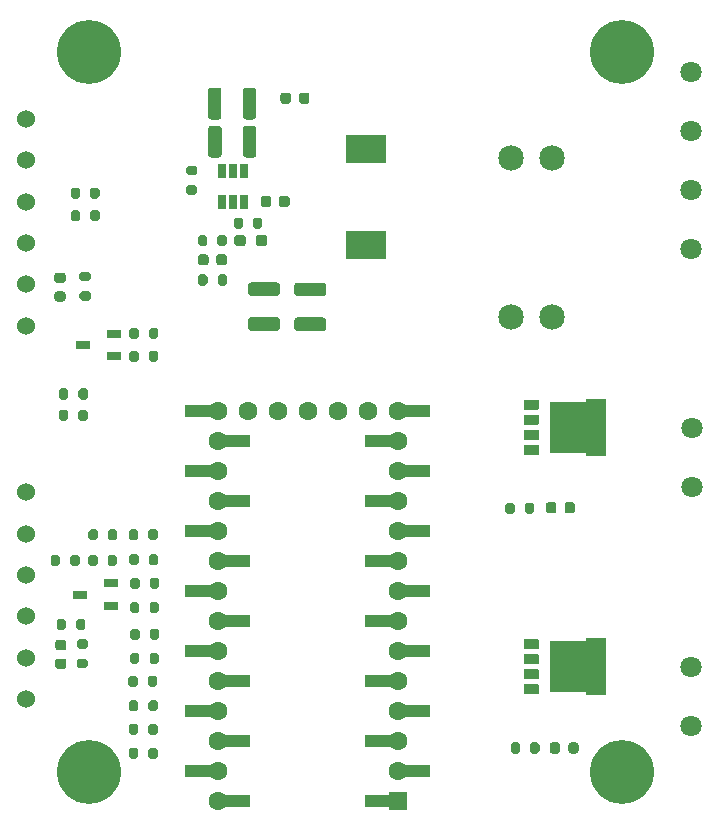
<source format=gbr>
%TF.GenerationSoftware,KiCad,Pcbnew,(5.1.9)-1*%
%TF.CreationDate,2022-03-12T14:49:13-05:00*%
%TF.ProjectId,4runner-seat-heat,3472756e-6e65-4722-9d73-6561742d6865,rev?*%
%TF.SameCoordinates,Original*%
%TF.FileFunction,Soldermask,Top*%
%TF.FilePolarity,Negative*%
%FSLAX46Y46*%
G04 Gerber Fmt 4.6, Leading zero omitted, Abs format (unit mm)*
G04 Created by KiCad (PCBNEW (5.1.9)-1) date 2022-03-12 14:49:13*
%MOMM*%
%LPD*%
G01*
G04 APERTURE LIST*
%ADD10C,5.410200*%
%ADD11C,1.800000*%
%ADD12R,2.286000X1.016000*%
%ADD13C,1.600000*%
%ADD14R,1.600000X1.600000*%
%ADD15C,2.159000*%
%ADD16C,1.524000*%
%ADD17R,0.650000X1.220000*%
%ADD18C,0.100000*%
%ADD19R,1.220000X0.650000*%
%ADD20R,3.400000X2.400000*%
G04 APERTURE END LIST*
D10*
%TO.C,REF\u002A\u002A*%
X13309600Y-61711200D03*
%TD*%
%TO.C,REF\u002A\u002A*%
X13309600Y-711200D03*
%TD*%
%TO.C,REF\u002A\u002A*%
X58470800Y-61711200D03*
%TD*%
%TO.C,REF\u002A\u002A*%
X58470800Y-711200D03*
%TD*%
D11*
%TO.C,J9*%
X64312800Y-2424400D03*
X64312800Y-17424400D03*
X64312800Y-7424400D03*
X64312800Y-12424400D03*
%TD*%
%TO.C,R24*%
G36*
G01*
X10875000Y-43525000D02*
X10875000Y-44075000D01*
G75*
G02*
X10675000Y-44275000I-200000J0D01*
G01*
X10275000Y-44275000D01*
G75*
G02*
X10075000Y-44075000I0J200000D01*
G01*
X10075000Y-43525000D01*
G75*
G02*
X10275000Y-43325000I200000J0D01*
G01*
X10675000Y-43325000D01*
G75*
G02*
X10875000Y-43525000I0J-200000D01*
G01*
G37*
G36*
G01*
X12525000Y-43525000D02*
X12525000Y-44075000D01*
G75*
G02*
X12325000Y-44275000I-200000J0D01*
G01*
X11925000Y-44275000D01*
G75*
G02*
X11725000Y-44075000I0J200000D01*
G01*
X11725000Y-43525000D01*
G75*
G02*
X11925000Y-43325000I200000J0D01*
G01*
X12325000Y-43325000D01*
G75*
G02*
X12525000Y-43525000I0J-200000D01*
G01*
G37*
%TD*%
%TO.C,R23*%
G36*
G01*
X12225000Y-49475000D02*
X12225000Y-48925000D01*
G75*
G02*
X12425000Y-48725000I200000J0D01*
G01*
X12825000Y-48725000D01*
G75*
G02*
X13025000Y-48925000I0J-200000D01*
G01*
X13025000Y-49475000D01*
G75*
G02*
X12825000Y-49675000I-200000J0D01*
G01*
X12425000Y-49675000D01*
G75*
G02*
X12225000Y-49475000I0J200000D01*
G01*
G37*
G36*
G01*
X10575000Y-49475000D02*
X10575000Y-48925000D01*
G75*
G02*
X10775000Y-48725000I200000J0D01*
G01*
X11175000Y-48725000D01*
G75*
G02*
X11375000Y-48925000I0J-200000D01*
G01*
X11375000Y-49475000D01*
G75*
G02*
X11175000Y-49675000I-200000J0D01*
G01*
X10775000Y-49675000D01*
G75*
G02*
X10575000Y-49475000I0J200000D01*
G01*
G37*
%TD*%
%TO.C,R22*%
G36*
G01*
X11575000Y-31225000D02*
X11575000Y-31775000D01*
G75*
G02*
X11375000Y-31975000I-200000J0D01*
G01*
X10975000Y-31975000D01*
G75*
G02*
X10775000Y-31775000I0J200000D01*
G01*
X10775000Y-31225000D01*
G75*
G02*
X10975000Y-31025000I200000J0D01*
G01*
X11375000Y-31025000D01*
G75*
G02*
X11575000Y-31225000I0J-200000D01*
G01*
G37*
G36*
G01*
X13225000Y-31225000D02*
X13225000Y-31775000D01*
G75*
G02*
X13025000Y-31975000I-200000J0D01*
G01*
X12625000Y-31975000D01*
G75*
G02*
X12425000Y-31775000I0J200000D01*
G01*
X12425000Y-31225000D01*
G75*
G02*
X12625000Y-31025000I200000J0D01*
G01*
X13025000Y-31025000D01*
G75*
G02*
X13225000Y-31225000I0J-200000D01*
G01*
G37*
%TD*%
%TO.C,R21*%
G36*
G01*
X12425000Y-29975000D02*
X12425000Y-29425000D01*
G75*
G02*
X12625000Y-29225000I200000J0D01*
G01*
X13025000Y-29225000D01*
G75*
G02*
X13225000Y-29425000I0J-200000D01*
G01*
X13225000Y-29975000D01*
G75*
G02*
X13025000Y-30175000I-200000J0D01*
G01*
X12625000Y-30175000D01*
G75*
G02*
X12425000Y-29975000I0J200000D01*
G01*
G37*
G36*
G01*
X10775000Y-29975000D02*
X10775000Y-29425000D01*
G75*
G02*
X10975000Y-29225000I200000J0D01*
G01*
X11375000Y-29225000D01*
G75*
G02*
X11575000Y-29425000I0J-200000D01*
G01*
X11575000Y-29975000D01*
G75*
G02*
X11375000Y-30175000I-200000J0D01*
G01*
X10975000Y-30175000D01*
G75*
G02*
X10775000Y-29975000I0J200000D01*
G01*
G37*
%TD*%
D12*
%TO.C,U2*%
X41088900Y-31105000D03*
X37788900Y-33655000D03*
X37788900Y-53975000D03*
X41088900Y-36185000D03*
X37788900Y-64135000D03*
X37788900Y-48895000D03*
X41088900Y-61585000D03*
X41088900Y-51425000D03*
X41088900Y-41265000D03*
X37788900Y-38735000D03*
X37788900Y-43815000D03*
X37788900Y-59055000D03*
X41088900Y-46345000D03*
X41088900Y-56505000D03*
X25888900Y-33665000D03*
X25888900Y-38745000D03*
X25888900Y-43825000D03*
X25888900Y-48905000D03*
X25888900Y-53985000D03*
X25888900Y-59065000D03*
X22588900Y-31135000D03*
X22588900Y-36215000D03*
X22588900Y-41295000D03*
X22588900Y-46375000D03*
X22588900Y-51455000D03*
X22588900Y-56535000D03*
X22588900Y-61615000D03*
X25888900Y-64145000D03*
D13*
X31838900Y-31115000D03*
X29298900Y-31115000D03*
X26758900Y-31115000D03*
X24218900Y-31115000D03*
X34378900Y-31115000D03*
X36918900Y-31115000D03*
X39458900Y-31115000D03*
X24218900Y-33655000D03*
X24218900Y-36195000D03*
X24218900Y-38735000D03*
X24218900Y-41275000D03*
X24218900Y-43815000D03*
X24218900Y-46355000D03*
X24218900Y-48895000D03*
X24218900Y-51435000D03*
X24218900Y-53975000D03*
X24218900Y-56515000D03*
X24218900Y-59055000D03*
X24218900Y-61595000D03*
X24218900Y-64135000D03*
X39458900Y-33655000D03*
X39458900Y-36195000D03*
X39458900Y-38735000D03*
X39458900Y-41275000D03*
X39458900Y-43815000D03*
X39458900Y-46355000D03*
X39458900Y-48895000D03*
X39458900Y-51435000D03*
X39458900Y-53975000D03*
X39458900Y-56515000D03*
X39458900Y-59055000D03*
X39458900Y-61595000D03*
D14*
X39458900Y-64135000D03*
%TD*%
D11*
%TO.C,Left-Heater1*%
X64312800Y-52785000D03*
X64312800Y-57785000D03*
%TD*%
%TO.C,Right-Heater1*%
X64338200Y-32592000D03*
X64338200Y-37592000D03*
%TD*%
%TO.C,C7*%
G36*
G01*
X28758000Y-13148500D02*
X28758000Y-13648500D01*
G75*
G02*
X28533000Y-13873500I-225000J0D01*
G01*
X28083000Y-13873500D01*
G75*
G02*
X27858000Y-13648500I0J225000D01*
G01*
X27858000Y-13148500D01*
G75*
G02*
X28083000Y-12923500I225000J0D01*
G01*
X28533000Y-12923500D01*
G75*
G02*
X28758000Y-13148500I0J-225000D01*
G01*
G37*
G36*
G01*
X30308000Y-13148500D02*
X30308000Y-13648500D01*
G75*
G02*
X30083000Y-13873500I-225000J0D01*
G01*
X29633000Y-13873500D01*
G75*
G02*
X29408000Y-13648500I0J225000D01*
G01*
X29408000Y-13148500D01*
G75*
G02*
X29633000Y-12923500I225000J0D01*
G01*
X30083000Y-12923500D01*
G75*
G02*
X30308000Y-13148500I0J-225000D01*
G01*
G37*
%TD*%
%TO.C,C8*%
G36*
G01*
X33154801Y-24363900D02*
X30954799Y-24363900D01*
G75*
G02*
X30704800Y-24113901I0J249999D01*
G01*
X30704800Y-23463899D01*
G75*
G02*
X30954799Y-23213900I249999J0D01*
G01*
X33154801Y-23213900D01*
G75*
G02*
X33404800Y-23463899I0J-249999D01*
G01*
X33404800Y-24113901D01*
G75*
G02*
X33154801Y-24363900I-249999J0D01*
G01*
G37*
G36*
G01*
X33154801Y-21413900D02*
X30954799Y-21413900D01*
G75*
G02*
X30704800Y-21163901I0J249999D01*
G01*
X30704800Y-20513899D01*
G75*
G02*
X30954799Y-20263900I249999J0D01*
G01*
X33154801Y-20263900D01*
G75*
G02*
X33404800Y-20513899I0J-249999D01*
G01*
X33404800Y-21163901D01*
G75*
G02*
X33154801Y-21413900I-249999J0D01*
G01*
G37*
%TD*%
%TO.C,C9*%
G36*
G01*
X29243201Y-21388500D02*
X27043199Y-21388500D01*
G75*
G02*
X26793200Y-21138501I0J249999D01*
G01*
X26793200Y-20488499D01*
G75*
G02*
X27043199Y-20238500I249999J0D01*
G01*
X29243201Y-20238500D01*
G75*
G02*
X29493200Y-20488499I0J-249999D01*
G01*
X29493200Y-21138501D01*
G75*
G02*
X29243201Y-21388500I-249999J0D01*
G01*
G37*
G36*
G01*
X29243201Y-24338500D02*
X27043199Y-24338500D01*
G75*
G02*
X26793200Y-24088501I0J249999D01*
G01*
X26793200Y-23438499D01*
G75*
G02*
X27043199Y-23188500I249999J0D01*
G01*
X29243201Y-23188500D01*
G75*
G02*
X29493200Y-23438499I0J-249999D01*
G01*
X29493200Y-24088501D01*
G75*
G02*
X29243201Y-24338500I-249999J0D01*
G01*
G37*
%TD*%
%TO.C,C10*%
G36*
G01*
X23400800Y-9431201D02*
X23400800Y-7231199D01*
G75*
G02*
X23650799Y-6981200I249999J0D01*
G01*
X24300801Y-6981200D01*
G75*
G02*
X24550800Y-7231199I0J-249999D01*
G01*
X24550800Y-9431201D01*
G75*
G02*
X24300801Y-9681200I-249999J0D01*
G01*
X23650799Y-9681200D01*
G75*
G02*
X23400800Y-9431201I0J249999D01*
G01*
G37*
G36*
G01*
X26350800Y-9431201D02*
X26350800Y-7231199D01*
G75*
G02*
X26600799Y-6981200I249999J0D01*
G01*
X27250801Y-6981200D01*
G75*
G02*
X27500800Y-7231199I0J-249999D01*
G01*
X27500800Y-9431201D01*
G75*
G02*
X27250801Y-9681200I-249999J0D01*
G01*
X26600799Y-9681200D01*
G75*
G02*
X26350800Y-9431201I0J249999D01*
G01*
G37*
%TD*%
%TO.C,C6*%
G36*
G01*
X26338100Y-6205401D02*
X26338100Y-4005399D01*
G75*
G02*
X26588099Y-3755400I249999J0D01*
G01*
X27238101Y-3755400D01*
G75*
G02*
X27488100Y-4005399I0J-249999D01*
G01*
X27488100Y-6205401D01*
G75*
G02*
X27238101Y-6455400I-249999J0D01*
G01*
X26588099Y-6455400D01*
G75*
G02*
X26338100Y-6205401I0J249999D01*
G01*
G37*
G36*
G01*
X23388100Y-6205401D02*
X23388100Y-4005399D01*
G75*
G02*
X23638099Y-3755400I249999J0D01*
G01*
X24288101Y-3755400D01*
G75*
G02*
X24538100Y-4005399I0J-249999D01*
G01*
X24538100Y-6205401D01*
G75*
G02*
X24288101Y-6455400I-249999J0D01*
G01*
X23638099Y-6455400D01*
G75*
G02*
X23388100Y-6205401I0J249999D01*
G01*
G37*
%TD*%
%TO.C,C12*%
G36*
G01*
X24999400Y-18088800D02*
X24999400Y-18588800D01*
G75*
G02*
X24774400Y-18813800I-225000J0D01*
G01*
X24324400Y-18813800D01*
G75*
G02*
X24099400Y-18588800I0J225000D01*
G01*
X24099400Y-18088800D01*
G75*
G02*
X24324400Y-17863800I225000J0D01*
G01*
X24774400Y-17863800D01*
G75*
G02*
X24999400Y-18088800I0J-225000D01*
G01*
G37*
G36*
G01*
X23449400Y-18088800D02*
X23449400Y-18588800D01*
G75*
G02*
X23224400Y-18813800I-225000J0D01*
G01*
X22774400Y-18813800D01*
G75*
G02*
X22549400Y-18588800I0J225000D01*
G01*
X22549400Y-18088800D01*
G75*
G02*
X22774400Y-17863800I225000J0D01*
G01*
X23224400Y-17863800D01*
G75*
G02*
X23449400Y-18088800I0J-225000D01*
G01*
G37*
%TD*%
D15*
%TO.C,F1*%
X52489100Y-9690100D03*
X52489100Y-23152100D03*
X49085500Y-9690100D03*
X49085500Y-23152100D03*
%TD*%
%TO.C,F2*%
G36*
G01*
X29534400Y-4904450D02*
X29534400Y-4391950D01*
G75*
G02*
X29753150Y-4173200I218750J0D01*
G01*
X30190650Y-4173200D01*
G75*
G02*
X30409400Y-4391950I0J-218750D01*
G01*
X30409400Y-4904450D01*
G75*
G02*
X30190650Y-5123200I-218750J0D01*
G01*
X29753150Y-5123200D01*
G75*
G02*
X29534400Y-4904450I0J218750D01*
G01*
G37*
G36*
G01*
X31109400Y-4904450D02*
X31109400Y-4391950D01*
G75*
G02*
X31328150Y-4173200I218750J0D01*
G01*
X31765650Y-4173200D01*
G75*
G02*
X31984400Y-4391950I0J-218750D01*
G01*
X31984400Y-4904450D01*
G75*
G02*
X31765650Y-5123200I-218750J0D01*
G01*
X31328150Y-5123200D01*
G75*
G02*
X31109400Y-4904450I0J218750D01*
G01*
G37*
%TD*%
D16*
%TO.C,J3*%
X8001000Y-23910000D03*
X8001000Y-20410000D03*
X8001000Y-16910000D03*
X8001000Y-13410000D03*
X8001000Y-9910000D03*
X8001000Y-6410000D03*
%TD*%
%TO.C,J8*%
X8001000Y-38007600D03*
X8001000Y-41507600D03*
X8001000Y-45007600D03*
X8001000Y-48507600D03*
X8001000Y-52007600D03*
X8001000Y-55507600D03*
%TD*%
%TO.C,R1*%
G36*
G01*
X17507400Y-57802100D02*
X17507400Y-58352100D01*
G75*
G02*
X17307400Y-58552100I-200000J0D01*
G01*
X16907400Y-58552100D01*
G75*
G02*
X16707400Y-58352100I0J200000D01*
G01*
X16707400Y-57802100D01*
G75*
G02*
X16907400Y-57602100I200000J0D01*
G01*
X17307400Y-57602100D01*
G75*
G02*
X17507400Y-57802100I0J-200000D01*
G01*
G37*
G36*
G01*
X19157400Y-57802100D02*
X19157400Y-58352100D01*
G75*
G02*
X18957400Y-58552100I-200000J0D01*
G01*
X18557400Y-58552100D01*
G75*
G02*
X18357400Y-58352100I0J200000D01*
G01*
X18357400Y-57802100D01*
G75*
G02*
X18557400Y-57602100I200000J0D01*
G01*
X18957400Y-57602100D01*
G75*
G02*
X19157400Y-57802100I0J-200000D01*
G01*
G37*
%TD*%
%TO.C,R3*%
G36*
G01*
X51478900Y-59389600D02*
X51478900Y-59939600D01*
G75*
G02*
X51278900Y-60139600I-200000J0D01*
G01*
X50878900Y-60139600D01*
G75*
G02*
X50678900Y-59939600I0J200000D01*
G01*
X50678900Y-59389600D01*
G75*
G02*
X50878900Y-59189600I200000J0D01*
G01*
X51278900Y-59189600D01*
G75*
G02*
X51478900Y-59389600I0J-200000D01*
G01*
G37*
G36*
G01*
X49828900Y-59389600D02*
X49828900Y-59939600D01*
G75*
G02*
X49628900Y-60139600I-200000J0D01*
G01*
X49228900Y-60139600D01*
G75*
G02*
X49028900Y-59939600I0J200000D01*
G01*
X49028900Y-59389600D01*
G75*
G02*
X49228900Y-59189600I200000J0D01*
G01*
X49628900Y-59189600D01*
G75*
G02*
X49828900Y-59389600I0J-200000D01*
G01*
G37*
%TD*%
%TO.C,R2*%
G36*
G01*
X18332000Y-60384100D02*
X18332000Y-59834100D01*
G75*
G02*
X18532000Y-59634100I200000J0D01*
G01*
X18932000Y-59634100D01*
G75*
G02*
X19132000Y-59834100I0J-200000D01*
G01*
X19132000Y-60384100D01*
G75*
G02*
X18932000Y-60584100I-200000J0D01*
G01*
X18532000Y-60584100D01*
G75*
G02*
X18332000Y-60384100I0J200000D01*
G01*
G37*
G36*
G01*
X16682000Y-60384100D02*
X16682000Y-59834100D01*
G75*
G02*
X16882000Y-59634100I200000J0D01*
G01*
X17282000Y-59634100D01*
G75*
G02*
X17482000Y-59834100I0J-200000D01*
G01*
X17482000Y-60384100D01*
G75*
G02*
X17282000Y-60584100I-200000J0D01*
G01*
X16882000Y-60584100D01*
G75*
G02*
X16682000Y-60384100I0J200000D01*
G01*
G37*
%TD*%
%TO.C,R9*%
G36*
G01*
X14229800Y-14317300D02*
X14229800Y-14867300D01*
G75*
G02*
X14029800Y-15067300I-200000J0D01*
G01*
X13629800Y-15067300D01*
G75*
G02*
X13429800Y-14867300I0J200000D01*
G01*
X13429800Y-14317300D01*
G75*
G02*
X13629800Y-14117300I200000J0D01*
G01*
X14029800Y-14117300D01*
G75*
G02*
X14229800Y-14317300I0J-200000D01*
G01*
G37*
G36*
G01*
X12579800Y-14317300D02*
X12579800Y-14867300D01*
G75*
G02*
X12379800Y-15067300I-200000J0D01*
G01*
X11979800Y-15067300D01*
G75*
G02*
X11779800Y-14867300I0J200000D01*
G01*
X11779800Y-14317300D01*
G75*
G02*
X11979800Y-14117300I200000J0D01*
G01*
X12379800Y-14117300D01*
G75*
G02*
X12579800Y-14317300I0J-200000D01*
G01*
G37*
%TD*%
%TO.C,R12*%
G36*
G01*
X12567100Y-12412300D02*
X12567100Y-12962300D01*
G75*
G02*
X12367100Y-13162300I-200000J0D01*
G01*
X11967100Y-13162300D01*
G75*
G02*
X11767100Y-12962300I0J200000D01*
G01*
X11767100Y-12412300D01*
G75*
G02*
X11967100Y-12212300I200000J0D01*
G01*
X12367100Y-12212300D01*
G75*
G02*
X12567100Y-12412300I0J-200000D01*
G01*
G37*
G36*
G01*
X14217100Y-12412300D02*
X14217100Y-12962300D01*
G75*
G02*
X14017100Y-13162300I-200000J0D01*
G01*
X13617100Y-13162300D01*
G75*
G02*
X13417100Y-12962300I0J200000D01*
G01*
X13417100Y-12412300D01*
G75*
G02*
X13617100Y-12212300I200000J0D01*
G01*
X14017100Y-12212300D01*
G75*
G02*
X14217100Y-12412300I0J-200000D01*
G01*
G37*
%TD*%
%TO.C,R4*%
G36*
G01*
X16796300Y-52345000D02*
X16796300Y-51795000D01*
G75*
G02*
X16996300Y-51595000I200000J0D01*
G01*
X17396300Y-51595000D01*
G75*
G02*
X17596300Y-51795000I0J-200000D01*
G01*
X17596300Y-52345000D01*
G75*
G02*
X17396300Y-52545000I-200000J0D01*
G01*
X16996300Y-52545000D01*
G75*
G02*
X16796300Y-52345000I0J200000D01*
G01*
G37*
G36*
G01*
X18446300Y-52345000D02*
X18446300Y-51795000D01*
G75*
G02*
X18646300Y-51595000I200000J0D01*
G01*
X19046300Y-51595000D01*
G75*
G02*
X19246300Y-51795000I0J-200000D01*
G01*
X19246300Y-52345000D01*
G75*
G02*
X19046300Y-52545000I-200000J0D01*
G01*
X18646300Y-52545000D01*
G75*
G02*
X18446300Y-52345000I0J200000D01*
G01*
G37*
%TD*%
%TO.C,R7*%
G36*
G01*
X49371700Y-39107700D02*
X49371700Y-39657700D01*
G75*
G02*
X49171700Y-39857700I-200000J0D01*
G01*
X48771700Y-39857700D01*
G75*
G02*
X48571700Y-39657700I0J200000D01*
G01*
X48571700Y-39107700D01*
G75*
G02*
X48771700Y-38907700I200000J0D01*
G01*
X49171700Y-38907700D01*
G75*
G02*
X49371700Y-39107700I0J-200000D01*
G01*
G37*
G36*
G01*
X51021700Y-39107700D02*
X51021700Y-39657700D01*
G75*
G02*
X50821700Y-39857700I-200000J0D01*
G01*
X50421700Y-39857700D01*
G75*
G02*
X50221700Y-39657700I0J200000D01*
G01*
X50221700Y-39107700D01*
G75*
G02*
X50421700Y-38907700I200000J0D01*
G01*
X50821700Y-38907700D01*
G75*
G02*
X51021700Y-39107700I0J-200000D01*
G01*
G37*
%TD*%
%TO.C,R5*%
G36*
G01*
X16821700Y-50325700D02*
X16821700Y-49775700D01*
G75*
G02*
X17021700Y-49575700I200000J0D01*
G01*
X17421700Y-49575700D01*
G75*
G02*
X17621700Y-49775700I0J-200000D01*
G01*
X17621700Y-50325700D01*
G75*
G02*
X17421700Y-50525700I-200000J0D01*
G01*
X17021700Y-50525700D01*
G75*
G02*
X16821700Y-50325700I0J200000D01*
G01*
G37*
G36*
G01*
X18471700Y-50325700D02*
X18471700Y-49775700D01*
G75*
G02*
X18671700Y-49575700I200000J0D01*
G01*
X19071700Y-49575700D01*
G75*
G02*
X19271700Y-49775700I0J-200000D01*
G01*
X19271700Y-50325700D01*
G75*
G02*
X19071700Y-50525700I-200000J0D01*
G01*
X18671700Y-50525700D01*
G75*
G02*
X18471700Y-50325700I0J200000D01*
G01*
G37*
%TD*%
%TO.C,R6*%
G36*
G01*
X14078400Y-41342900D02*
X14078400Y-41892900D01*
G75*
G02*
X13878400Y-42092900I-200000J0D01*
G01*
X13478400Y-42092900D01*
G75*
G02*
X13278400Y-41892900I0J200000D01*
G01*
X13278400Y-41342900D01*
G75*
G02*
X13478400Y-41142900I200000J0D01*
G01*
X13878400Y-41142900D01*
G75*
G02*
X14078400Y-41342900I0J-200000D01*
G01*
G37*
G36*
G01*
X15728400Y-41342900D02*
X15728400Y-41892900D01*
G75*
G02*
X15528400Y-42092900I-200000J0D01*
G01*
X15128400Y-42092900D01*
G75*
G02*
X14928400Y-41892900I0J200000D01*
G01*
X14928400Y-41342900D01*
G75*
G02*
X15128400Y-41142900I200000J0D01*
G01*
X15528400Y-41142900D01*
G75*
G02*
X15728400Y-41342900I0J-200000D01*
G01*
G37*
%TD*%
%TO.C,R8*%
G36*
G01*
X15703000Y-43514600D02*
X15703000Y-44064600D01*
G75*
G02*
X15503000Y-44264600I-200000J0D01*
G01*
X15103000Y-44264600D01*
G75*
G02*
X14903000Y-44064600I0J200000D01*
G01*
X14903000Y-43514600D01*
G75*
G02*
X15103000Y-43314600I200000J0D01*
G01*
X15503000Y-43314600D01*
G75*
G02*
X15703000Y-43514600I0J-200000D01*
G01*
G37*
G36*
G01*
X14053000Y-43514600D02*
X14053000Y-44064600D01*
G75*
G02*
X13853000Y-44264600I-200000J0D01*
G01*
X13453000Y-44264600D01*
G75*
G02*
X13253000Y-44064600I0J200000D01*
G01*
X13253000Y-43514600D01*
G75*
G02*
X13453000Y-43314600I200000J0D01*
G01*
X13853000Y-43314600D01*
G75*
G02*
X14053000Y-43514600I0J-200000D01*
G01*
G37*
%TD*%
%TO.C,R11*%
G36*
G01*
X16745500Y-26779900D02*
X16745500Y-26229900D01*
G75*
G02*
X16945500Y-26029900I200000J0D01*
G01*
X17345500Y-26029900D01*
G75*
G02*
X17545500Y-26229900I0J-200000D01*
G01*
X17545500Y-26779900D01*
G75*
G02*
X17345500Y-26979900I-200000J0D01*
G01*
X16945500Y-26979900D01*
G75*
G02*
X16745500Y-26779900I0J200000D01*
G01*
G37*
G36*
G01*
X18395500Y-26779900D02*
X18395500Y-26229900D01*
G75*
G02*
X18595500Y-26029900I200000J0D01*
G01*
X18995500Y-26029900D01*
G75*
G02*
X19195500Y-26229900I0J-200000D01*
G01*
X19195500Y-26779900D01*
G75*
G02*
X18995500Y-26979900I-200000J0D01*
G01*
X18595500Y-26979900D01*
G75*
G02*
X18395500Y-26779900I0J200000D01*
G01*
G37*
%TD*%
%TO.C,R10*%
G36*
G01*
X18446300Y-48065100D02*
X18446300Y-47515100D01*
G75*
G02*
X18646300Y-47315100I200000J0D01*
G01*
X19046300Y-47315100D01*
G75*
G02*
X19246300Y-47515100I0J-200000D01*
G01*
X19246300Y-48065100D01*
G75*
G02*
X19046300Y-48265100I-200000J0D01*
G01*
X18646300Y-48265100D01*
G75*
G02*
X18446300Y-48065100I0J200000D01*
G01*
G37*
G36*
G01*
X16796300Y-48065100D02*
X16796300Y-47515100D01*
G75*
G02*
X16996300Y-47315100I200000J0D01*
G01*
X17396300Y-47315100D01*
G75*
G02*
X17596300Y-47515100I0J-200000D01*
G01*
X17596300Y-48065100D01*
G75*
G02*
X17396300Y-48265100I-200000J0D01*
G01*
X16996300Y-48265100D01*
G75*
G02*
X16796300Y-48065100I0J200000D01*
G01*
G37*
%TD*%
%TO.C,R16*%
G36*
G01*
X12717100Y-19349000D02*
X13267100Y-19349000D01*
G75*
G02*
X13467100Y-19549000I0J-200000D01*
G01*
X13467100Y-19949000D01*
G75*
G02*
X13267100Y-20149000I-200000J0D01*
G01*
X12717100Y-20149000D01*
G75*
G02*
X12517100Y-19949000I0J200000D01*
G01*
X12517100Y-19549000D01*
G75*
G02*
X12717100Y-19349000I200000J0D01*
G01*
G37*
G36*
G01*
X12717100Y-20999000D02*
X13267100Y-20999000D01*
G75*
G02*
X13467100Y-21199000I0J-200000D01*
G01*
X13467100Y-21599000D01*
G75*
G02*
X13267100Y-21799000I-200000J0D01*
G01*
X12717100Y-21799000D01*
G75*
G02*
X12517100Y-21599000I0J200000D01*
G01*
X12517100Y-21199000D01*
G75*
G02*
X12717100Y-20999000I200000J0D01*
G01*
G37*
%TD*%
%TO.C,R15*%
G36*
G01*
X12475800Y-52101300D02*
X13025800Y-52101300D01*
G75*
G02*
X13225800Y-52301300I0J-200000D01*
G01*
X13225800Y-52701300D01*
G75*
G02*
X13025800Y-52901300I-200000J0D01*
G01*
X12475800Y-52901300D01*
G75*
G02*
X12275800Y-52701300I0J200000D01*
G01*
X12275800Y-52301300D01*
G75*
G02*
X12475800Y-52101300I200000J0D01*
G01*
G37*
G36*
G01*
X12475800Y-50451300D02*
X13025800Y-50451300D01*
G75*
G02*
X13225800Y-50651300I0J-200000D01*
G01*
X13225800Y-51051300D01*
G75*
G02*
X13025800Y-51251300I-200000J0D01*
G01*
X12475800Y-51251300D01*
G75*
G02*
X12275800Y-51051300I0J200000D01*
G01*
X12275800Y-50651300D01*
G75*
G02*
X12475800Y-50451300I200000J0D01*
G01*
G37*
%TD*%
%TO.C,R14*%
G36*
G01*
X17545500Y-24286800D02*
X17545500Y-24836800D01*
G75*
G02*
X17345500Y-25036800I-200000J0D01*
G01*
X16945500Y-25036800D01*
G75*
G02*
X16745500Y-24836800I0J200000D01*
G01*
X16745500Y-24286800D01*
G75*
G02*
X16945500Y-24086800I200000J0D01*
G01*
X17345500Y-24086800D01*
G75*
G02*
X17545500Y-24286800I0J-200000D01*
G01*
G37*
G36*
G01*
X19195500Y-24286800D02*
X19195500Y-24836800D01*
G75*
G02*
X18995500Y-25036800I-200000J0D01*
G01*
X18595500Y-25036800D01*
G75*
G02*
X18395500Y-24836800I0J200000D01*
G01*
X18395500Y-24286800D01*
G75*
G02*
X18595500Y-24086800I200000J0D01*
G01*
X18995500Y-24086800D01*
G75*
G02*
X19195500Y-24286800I0J-200000D01*
G01*
G37*
%TD*%
%TO.C,R13*%
G36*
G01*
X17609000Y-45445000D02*
X17609000Y-45995000D01*
G75*
G02*
X17409000Y-46195000I-200000J0D01*
G01*
X17009000Y-46195000D01*
G75*
G02*
X16809000Y-45995000I0J200000D01*
G01*
X16809000Y-45445000D01*
G75*
G02*
X17009000Y-45245000I200000J0D01*
G01*
X17409000Y-45245000D01*
G75*
G02*
X17609000Y-45445000I0J-200000D01*
G01*
G37*
G36*
G01*
X19259000Y-45445000D02*
X19259000Y-45995000D01*
G75*
G02*
X19059000Y-46195000I-200000J0D01*
G01*
X18659000Y-46195000D01*
G75*
G02*
X18459000Y-45995000I0J200000D01*
G01*
X18459000Y-45445000D01*
G75*
G02*
X18659000Y-45245000I200000J0D01*
G01*
X19059000Y-45245000D01*
G75*
G02*
X19259000Y-45445000I0J-200000D01*
G01*
G37*
%TD*%
%TO.C,R34*%
G36*
G01*
X25012100Y-19765600D02*
X25012100Y-20315600D01*
G75*
G02*
X24812100Y-20515600I-200000J0D01*
G01*
X24412100Y-20515600D01*
G75*
G02*
X24212100Y-20315600I0J200000D01*
G01*
X24212100Y-19765600D01*
G75*
G02*
X24412100Y-19565600I200000J0D01*
G01*
X24812100Y-19565600D01*
G75*
G02*
X25012100Y-19765600I0J-200000D01*
G01*
G37*
G36*
G01*
X23362100Y-19765600D02*
X23362100Y-20315600D01*
G75*
G02*
X23162100Y-20515600I-200000J0D01*
G01*
X22762100Y-20515600D01*
G75*
G02*
X22562100Y-20315600I0J200000D01*
G01*
X22562100Y-19765600D01*
G75*
G02*
X22762100Y-19565600I200000J0D01*
G01*
X23162100Y-19565600D01*
G75*
G02*
X23362100Y-19765600I0J-200000D01*
G01*
G37*
%TD*%
%TO.C,R35*%
G36*
G01*
X21746800Y-10370100D02*
X22296800Y-10370100D01*
G75*
G02*
X22496800Y-10570100I0J-200000D01*
G01*
X22496800Y-10970100D01*
G75*
G02*
X22296800Y-11170100I-200000J0D01*
G01*
X21746800Y-11170100D01*
G75*
G02*
X21546800Y-10970100I0J200000D01*
G01*
X21546800Y-10570100D01*
G75*
G02*
X21746800Y-10370100I200000J0D01*
G01*
G37*
G36*
G01*
X21746800Y-12020100D02*
X22296800Y-12020100D01*
G75*
G02*
X22496800Y-12220100I0J-200000D01*
G01*
X22496800Y-12620100D01*
G75*
G02*
X22296800Y-12820100I-200000J0D01*
G01*
X21746800Y-12820100D01*
G75*
G02*
X21546800Y-12620100I0J200000D01*
G01*
X21546800Y-12220100D01*
G75*
G02*
X21746800Y-12020100I200000J0D01*
G01*
G37*
%TD*%
%TO.C,R36*%
G36*
G01*
X24199400Y-16988200D02*
X24199400Y-16438200D01*
G75*
G02*
X24399400Y-16238200I200000J0D01*
G01*
X24799400Y-16238200D01*
G75*
G02*
X24999400Y-16438200I0J-200000D01*
G01*
X24999400Y-16988200D01*
G75*
G02*
X24799400Y-17188200I-200000J0D01*
G01*
X24399400Y-17188200D01*
G75*
G02*
X24199400Y-16988200I0J200000D01*
G01*
G37*
G36*
G01*
X22549400Y-16988200D02*
X22549400Y-16438200D01*
G75*
G02*
X22749400Y-16238200I200000J0D01*
G01*
X23149400Y-16238200D01*
G75*
G02*
X23349400Y-16438200I0J-200000D01*
G01*
X23349400Y-16988200D01*
G75*
G02*
X23149400Y-17188200I-200000J0D01*
G01*
X22749400Y-17188200D01*
G75*
G02*
X22549400Y-16988200I0J200000D01*
G01*
G37*
%TD*%
%TO.C,R37*%
G36*
G01*
X27209300Y-15502300D02*
X27209300Y-14952300D01*
G75*
G02*
X27409300Y-14752300I200000J0D01*
G01*
X27809300Y-14752300D01*
G75*
G02*
X28009300Y-14952300I0J-200000D01*
G01*
X28009300Y-15502300D01*
G75*
G02*
X27809300Y-15702300I-200000J0D01*
G01*
X27409300Y-15702300D01*
G75*
G02*
X27209300Y-15502300I0J200000D01*
G01*
G37*
G36*
G01*
X25559300Y-15502300D02*
X25559300Y-14952300D01*
G75*
G02*
X25759300Y-14752300I200000J0D01*
G01*
X26159300Y-14752300D01*
G75*
G02*
X26359300Y-14952300I0J-200000D01*
G01*
X26359300Y-15502300D01*
G75*
G02*
X26159300Y-15702300I-200000J0D01*
G01*
X25759300Y-15702300D01*
G75*
G02*
X25559300Y-15502300I0J200000D01*
G01*
G37*
%TD*%
%TO.C,R38*%
G36*
G01*
X25625600Y-16938000D02*
X25625600Y-16463000D01*
G75*
G02*
X25863100Y-16225500I237500J0D01*
G01*
X26363100Y-16225500D01*
G75*
G02*
X26600600Y-16463000I0J-237500D01*
G01*
X26600600Y-16938000D01*
G75*
G02*
X26363100Y-17175500I-237500J0D01*
G01*
X25863100Y-17175500D01*
G75*
G02*
X25625600Y-16938000I0J237500D01*
G01*
G37*
G36*
G01*
X27450600Y-16938000D02*
X27450600Y-16463000D01*
G75*
G02*
X27688100Y-16225500I237500J0D01*
G01*
X28188100Y-16225500D01*
G75*
G02*
X28425600Y-16463000I0J-237500D01*
G01*
X28425600Y-16938000D01*
G75*
G02*
X28188100Y-17175500I-237500J0D01*
G01*
X27688100Y-17175500D01*
G75*
G02*
X27450600Y-16938000I0J237500D01*
G01*
G37*
%TD*%
%TO.C,R17*%
G36*
G01*
X19106600Y-53738100D02*
X19106600Y-54288100D01*
G75*
G02*
X18906600Y-54488100I-200000J0D01*
G01*
X18506600Y-54488100D01*
G75*
G02*
X18306600Y-54288100I0J200000D01*
G01*
X18306600Y-53738100D01*
G75*
G02*
X18506600Y-53538100I200000J0D01*
G01*
X18906600Y-53538100D01*
G75*
G02*
X19106600Y-53738100I0J-200000D01*
G01*
G37*
G36*
G01*
X17456600Y-53738100D02*
X17456600Y-54288100D01*
G75*
G02*
X17256600Y-54488100I-200000J0D01*
G01*
X16856600Y-54488100D01*
G75*
G02*
X16656600Y-54288100I0J200000D01*
G01*
X16656600Y-53738100D01*
G75*
G02*
X16856600Y-53538100I200000J0D01*
G01*
X17256600Y-53538100D01*
G75*
G02*
X17456600Y-53738100I0J-200000D01*
G01*
G37*
%TD*%
%TO.C,R19*%
G36*
G01*
X17482000Y-41342900D02*
X17482000Y-41892900D01*
G75*
G02*
X17282000Y-42092900I-200000J0D01*
G01*
X16882000Y-42092900D01*
G75*
G02*
X16682000Y-41892900I0J200000D01*
G01*
X16682000Y-41342900D01*
G75*
G02*
X16882000Y-41142900I200000J0D01*
G01*
X17282000Y-41142900D01*
G75*
G02*
X17482000Y-41342900I0J-200000D01*
G01*
G37*
G36*
G01*
X19132000Y-41342900D02*
X19132000Y-41892900D01*
G75*
G02*
X18932000Y-42092900I-200000J0D01*
G01*
X18532000Y-42092900D01*
G75*
G02*
X18332000Y-41892900I0J200000D01*
G01*
X18332000Y-41342900D01*
G75*
G02*
X18532000Y-41142900I200000J0D01*
G01*
X18932000Y-41142900D01*
G75*
G02*
X19132000Y-41342900I0J-200000D01*
G01*
G37*
%TD*%
%TO.C,R18*%
G36*
G01*
X19157400Y-55820900D02*
X19157400Y-56370900D01*
G75*
G02*
X18957400Y-56570900I-200000J0D01*
G01*
X18557400Y-56570900D01*
G75*
G02*
X18357400Y-56370900I0J200000D01*
G01*
X18357400Y-55820900D01*
G75*
G02*
X18557400Y-55620900I200000J0D01*
G01*
X18957400Y-55620900D01*
G75*
G02*
X19157400Y-55820900I0J-200000D01*
G01*
G37*
G36*
G01*
X17507400Y-55820900D02*
X17507400Y-56370900D01*
G75*
G02*
X17307400Y-56570900I-200000J0D01*
G01*
X16907400Y-56570900D01*
G75*
G02*
X16707400Y-56370900I0J200000D01*
G01*
X16707400Y-55820900D01*
G75*
G02*
X16907400Y-55620900I200000J0D01*
G01*
X17307400Y-55620900D01*
G75*
G02*
X17507400Y-55820900I0J-200000D01*
G01*
G37*
%TD*%
%TO.C,R20*%
G36*
G01*
X16732800Y-44001100D02*
X16732800Y-43451100D01*
G75*
G02*
X16932800Y-43251100I200000J0D01*
G01*
X17332800Y-43251100D01*
G75*
G02*
X17532800Y-43451100I0J-200000D01*
G01*
X17532800Y-44001100D01*
G75*
G02*
X17332800Y-44201100I-200000J0D01*
G01*
X16932800Y-44201100D01*
G75*
G02*
X16732800Y-44001100I0J200000D01*
G01*
G37*
G36*
G01*
X18382800Y-44001100D02*
X18382800Y-43451100D01*
G75*
G02*
X18582800Y-43251100I200000J0D01*
G01*
X18982800Y-43251100D01*
G75*
G02*
X19182800Y-43451100I0J-200000D01*
G01*
X19182800Y-44001100D01*
G75*
G02*
X18982800Y-44201100I-200000J0D01*
G01*
X18582800Y-44201100D01*
G75*
G02*
X18382800Y-44001100I0J200000D01*
G01*
G37*
%TD*%
D17*
%TO.C,U1*%
X25512800Y-10793100D03*
X26462800Y-10793100D03*
X26462800Y-13413100D03*
X24562800Y-10793100D03*
X25512800Y-13413100D03*
X24562800Y-13413100D03*
%TD*%
%TO.C,D1*%
G36*
G01*
X53205900Y-59408350D02*
X53205900Y-59920850D01*
G75*
G02*
X52987150Y-60139600I-218750J0D01*
G01*
X52549650Y-60139600D01*
G75*
G02*
X52330900Y-59920850I0J218750D01*
G01*
X52330900Y-59408350D01*
G75*
G02*
X52549650Y-59189600I218750J0D01*
G01*
X52987150Y-59189600D01*
G75*
G02*
X53205900Y-59408350I0J-218750D01*
G01*
G37*
G36*
G01*
X54780900Y-59408350D02*
X54780900Y-59920850D01*
G75*
G02*
X54562150Y-60139600I-218750J0D01*
G01*
X54124650Y-60139600D01*
G75*
G02*
X53905900Y-59920850I0J218750D01*
G01*
X53905900Y-59408350D01*
G75*
G02*
X54124650Y-59189600I218750J0D01*
G01*
X54562150Y-59189600D01*
G75*
G02*
X54780900Y-59408350I0J-218750D01*
G01*
G37*
%TD*%
%TO.C,D2*%
G36*
G01*
X54463400Y-39062950D02*
X54463400Y-39575450D01*
G75*
G02*
X54244650Y-39794200I-218750J0D01*
G01*
X53807150Y-39794200D01*
G75*
G02*
X53588400Y-39575450I0J218750D01*
G01*
X53588400Y-39062950D01*
G75*
G02*
X53807150Y-38844200I218750J0D01*
G01*
X54244650Y-38844200D01*
G75*
G02*
X54463400Y-39062950I0J-218750D01*
G01*
G37*
G36*
G01*
X52888400Y-39062950D02*
X52888400Y-39575450D01*
G75*
G02*
X52669650Y-39794200I-218750J0D01*
G01*
X52232150Y-39794200D01*
G75*
G02*
X52013400Y-39575450I0J218750D01*
G01*
X52013400Y-39062950D01*
G75*
G02*
X52232150Y-38844200I218750J0D01*
G01*
X52669650Y-38844200D01*
G75*
G02*
X52888400Y-39062950I0J-218750D01*
G01*
G37*
%TD*%
%TO.C,D3*%
G36*
G01*
X11127450Y-21875200D02*
X10614950Y-21875200D01*
G75*
G02*
X10396200Y-21656450I0J218750D01*
G01*
X10396200Y-21218950D01*
G75*
G02*
X10614950Y-21000200I218750J0D01*
G01*
X11127450Y-21000200D01*
G75*
G02*
X11346200Y-21218950I0J-218750D01*
G01*
X11346200Y-21656450D01*
G75*
G02*
X11127450Y-21875200I-218750J0D01*
G01*
G37*
G36*
G01*
X11127450Y-20300200D02*
X10614950Y-20300200D01*
G75*
G02*
X10396200Y-20081450I0J218750D01*
G01*
X10396200Y-19643950D01*
G75*
G02*
X10614950Y-19425200I218750J0D01*
G01*
X11127450Y-19425200D01*
G75*
G02*
X11346200Y-19643950I0J-218750D01*
G01*
X11346200Y-20081450D01*
G75*
G02*
X11127450Y-20300200I-218750J0D01*
G01*
G37*
%TD*%
%TO.C,D4*%
G36*
G01*
X11190950Y-51389800D02*
X10678450Y-51389800D01*
G75*
G02*
X10459700Y-51171050I0J218750D01*
G01*
X10459700Y-50733550D01*
G75*
G02*
X10678450Y-50514800I218750J0D01*
G01*
X11190950Y-50514800D01*
G75*
G02*
X11409700Y-50733550I0J-218750D01*
G01*
X11409700Y-51171050D01*
G75*
G02*
X11190950Y-51389800I-218750J0D01*
G01*
G37*
G36*
G01*
X11190950Y-52964800D02*
X10678450Y-52964800D01*
G75*
G02*
X10459700Y-52746050I0J218750D01*
G01*
X10459700Y-52308550D01*
G75*
G02*
X10678450Y-52089800I218750J0D01*
G01*
X11190950Y-52089800D01*
G75*
G02*
X11409700Y-52308550I0J-218750D01*
G01*
X11409700Y-52746050D01*
G75*
G02*
X11190950Y-52964800I-218750J0D01*
G01*
G37*
%TD*%
D18*
%TO.C,Q1*%
G36*
X57031956Y-50366345D02*
G01*
X57045088Y-50370328D01*
X57057190Y-50376797D01*
X57067797Y-50385503D01*
X57076503Y-50396110D01*
X57082972Y-50408212D01*
X57086955Y-50421344D01*
X57088300Y-50435000D01*
X57088300Y-55135000D01*
X57086955Y-55148656D01*
X57082972Y-55161788D01*
X57076503Y-55173890D01*
X57067797Y-55184497D01*
X57057190Y-55193203D01*
X57045088Y-55199672D01*
X57031956Y-55203655D01*
X57018300Y-55205000D01*
X55468300Y-55205000D01*
X55454644Y-55203655D01*
X55441512Y-55199672D01*
X55429410Y-55193203D01*
X55418803Y-55184497D01*
X55410097Y-55173890D01*
X55403628Y-55161788D01*
X55399645Y-55148656D01*
X55398300Y-55135000D01*
X55398300Y-54955000D01*
X52393300Y-54955000D01*
X52379644Y-54953655D01*
X52366512Y-54949672D01*
X52354410Y-54943203D01*
X52343803Y-54934497D01*
X52335097Y-54923890D01*
X52328628Y-54911788D01*
X52324645Y-54898656D01*
X52323300Y-54885000D01*
X52323300Y-50685000D01*
X52324645Y-50671344D01*
X52328628Y-50658212D01*
X52335097Y-50646110D01*
X52343803Y-50635503D01*
X52354410Y-50626797D01*
X52366512Y-50620328D01*
X52379644Y-50616345D01*
X52393300Y-50615000D01*
X55398300Y-50615000D01*
X55398300Y-50435000D01*
X55399645Y-50421344D01*
X55403628Y-50408212D01*
X55410097Y-50396110D01*
X55418803Y-50385503D01*
X55429410Y-50376797D01*
X55441512Y-50370328D01*
X55454644Y-50366345D01*
X55468300Y-50365000D01*
X57018300Y-50365000D01*
X57031956Y-50366345D01*
G37*
G36*
G01*
X50198300Y-51725000D02*
X51348300Y-51725000D01*
G75*
G02*
X51418300Y-51795000I0J-70000D01*
G01*
X51418300Y-52495000D01*
G75*
G02*
X51348300Y-52565000I-70000J0D01*
G01*
X50198300Y-52565000D01*
G75*
G02*
X50128300Y-52495000I0J70000D01*
G01*
X50128300Y-51795000D01*
G75*
G02*
X50198300Y-51725000I70000J0D01*
G01*
G37*
G36*
G01*
X50198300Y-54275000D02*
X51348300Y-54275000D01*
G75*
G02*
X51418300Y-54345000I0J-70000D01*
G01*
X51418300Y-55045000D01*
G75*
G02*
X51348300Y-55115000I-70000J0D01*
G01*
X50198300Y-55115000D01*
G75*
G02*
X50128300Y-55045000I0J70000D01*
G01*
X50128300Y-54345000D01*
G75*
G02*
X50198300Y-54275000I70000J0D01*
G01*
G37*
G36*
G01*
X50198300Y-50455000D02*
X51348300Y-50455000D01*
G75*
G02*
X51418300Y-50525000I0J-70000D01*
G01*
X51418300Y-51225000D01*
G75*
G02*
X51348300Y-51295000I-70000J0D01*
G01*
X50198300Y-51295000D01*
G75*
G02*
X50128300Y-51225000I0J70000D01*
G01*
X50128300Y-50525000D01*
G75*
G02*
X50198300Y-50455000I70000J0D01*
G01*
G37*
G36*
G01*
X50198300Y-53005000D02*
X51348300Y-53005000D01*
G75*
G02*
X51418300Y-53075000I0J-70000D01*
G01*
X51418300Y-53775000D01*
G75*
G02*
X51348300Y-53845000I-70000J0D01*
G01*
X50198300Y-53845000D01*
G75*
G02*
X50128300Y-53775000I0J70000D01*
G01*
X50128300Y-53075000D01*
G75*
G02*
X50198300Y-53005000I70000J0D01*
G01*
G37*
%TD*%
%TO.C,Q2*%
G36*
G01*
X50198300Y-32744700D02*
X51348300Y-32744700D01*
G75*
G02*
X51418300Y-32814700I0J-70000D01*
G01*
X51418300Y-33514700D01*
G75*
G02*
X51348300Y-33584700I-70000J0D01*
G01*
X50198300Y-33584700D01*
G75*
G02*
X50128300Y-33514700I0J70000D01*
G01*
X50128300Y-32814700D01*
G75*
G02*
X50198300Y-32744700I70000J0D01*
G01*
G37*
G36*
G01*
X50198300Y-30194700D02*
X51348300Y-30194700D01*
G75*
G02*
X51418300Y-30264700I0J-70000D01*
G01*
X51418300Y-30964700D01*
G75*
G02*
X51348300Y-31034700I-70000J0D01*
G01*
X50198300Y-31034700D01*
G75*
G02*
X50128300Y-30964700I0J70000D01*
G01*
X50128300Y-30264700D01*
G75*
G02*
X50198300Y-30194700I70000J0D01*
G01*
G37*
G36*
G01*
X50198300Y-34014700D02*
X51348300Y-34014700D01*
G75*
G02*
X51418300Y-34084700I0J-70000D01*
G01*
X51418300Y-34784700D01*
G75*
G02*
X51348300Y-34854700I-70000J0D01*
G01*
X50198300Y-34854700D01*
G75*
G02*
X50128300Y-34784700I0J70000D01*
G01*
X50128300Y-34084700D01*
G75*
G02*
X50198300Y-34014700I70000J0D01*
G01*
G37*
G36*
G01*
X50198300Y-31464700D02*
X51348300Y-31464700D01*
G75*
G02*
X51418300Y-31534700I0J-70000D01*
G01*
X51418300Y-32234700D01*
G75*
G02*
X51348300Y-32304700I-70000J0D01*
G01*
X50198300Y-32304700D01*
G75*
G02*
X50128300Y-32234700I0J70000D01*
G01*
X50128300Y-31534700D01*
G75*
G02*
X50198300Y-31464700I70000J0D01*
G01*
G37*
G36*
X57031956Y-30106045D02*
G01*
X57045088Y-30110028D01*
X57057190Y-30116497D01*
X57067797Y-30125203D01*
X57076503Y-30135810D01*
X57082972Y-30147912D01*
X57086955Y-30161044D01*
X57088300Y-30174700D01*
X57088300Y-34874700D01*
X57086955Y-34888356D01*
X57082972Y-34901488D01*
X57076503Y-34913590D01*
X57067797Y-34924197D01*
X57057190Y-34932903D01*
X57045088Y-34939372D01*
X57031956Y-34943355D01*
X57018300Y-34944700D01*
X55468300Y-34944700D01*
X55454644Y-34943355D01*
X55441512Y-34939372D01*
X55429410Y-34932903D01*
X55418803Y-34924197D01*
X55410097Y-34913590D01*
X55403628Y-34901488D01*
X55399645Y-34888356D01*
X55398300Y-34874700D01*
X55398300Y-34694700D01*
X52393300Y-34694700D01*
X52379644Y-34693355D01*
X52366512Y-34689372D01*
X52354410Y-34682903D01*
X52343803Y-34674197D01*
X52335097Y-34663590D01*
X52328628Y-34651488D01*
X52324645Y-34638356D01*
X52323300Y-34624700D01*
X52323300Y-30424700D01*
X52324645Y-30411044D01*
X52328628Y-30397912D01*
X52335097Y-30385810D01*
X52343803Y-30375203D01*
X52354410Y-30366497D01*
X52366512Y-30360028D01*
X52379644Y-30356045D01*
X52393300Y-30354700D01*
X55398300Y-30354700D01*
X55398300Y-30174700D01*
X55399645Y-30161044D01*
X55403628Y-30147912D01*
X55410097Y-30135810D01*
X55418803Y-30125203D01*
X55429410Y-30116497D01*
X55441512Y-30110028D01*
X55454644Y-30106045D01*
X55468300Y-30104700D01*
X57018300Y-30104700D01*
X57031956Y-30106045D01*
G37*
%TD*%
D19*
%TO.C,Q4*%
X15419700Y-24615100D03*
X15419700Y-26515100D03*
X12799700Y-25565100D03*
%TD*%
%TO.C,Q3*%
X12558400Y-46685200D03*
X15178400Y-47635200D03*
X15178400Y-45735200D03*
%TD*%
D20*
%TO.C,L1*%
X36791900Y-8917500D03*
X36791900Y-17117500D03*
%TD*%
M02*

</source>
